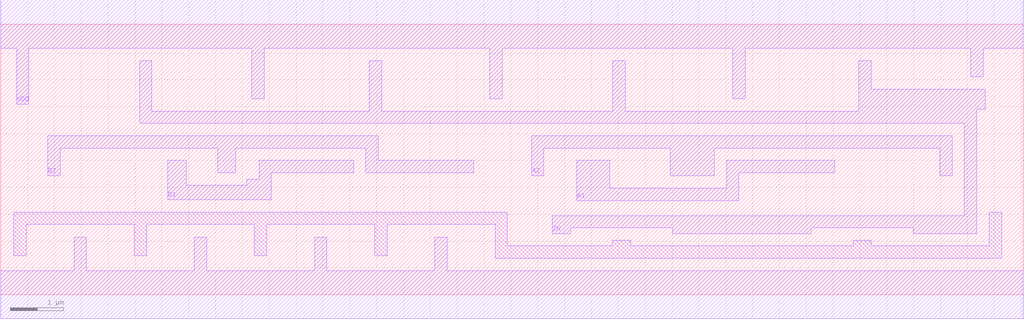
<source format=lef>
# Copyright 2022 GlobalFoundries PDK Authors
#
# Licensed under the Apache License, Version 2.0 (the "License");
# you may not use this file except in compliance with the License.
# You may obtain a copy of the License at
#
#      http://www.apache.org/licenses/LICENSE-2.0
#
# Unless required by applicable law or agreed to in writing, software
# distributed under the License is distributed on an "AS IS" BASIS,
# WITHOUT WARRANTIES OR CONDITIONS OF ANY KIND, either express or implied.
# See the License for the specific language governing permissions and
# limitations under the License.

MACRO gf180mcu_fd_sc_mcu9t5v0__oai22_4
  CLASS core ;
  FOREIGN gf180mcu_fd_sc_mcu9t5v0__oai22_4 0.0 0.0 ;
  ORIGIN 0 0 ;
  SYMMETRY X Y ;
  SITE GF018hv5v_green_sc9 ;
  SIZE 19.04 BY 5.04 ;
  PIN A1
    DIRECTION INPUT ;
    ANTENNAGATEAREA 6.828 ;
    PORT
      LAYER METAL1 ;
        POLYGON 10.73 1.755 13.745 1.755 13.745 2.27 15.53 2.27 15.53 2.5 13.515 2.5 13.515 1.985 11.34 1.985 11.34 2.5 10.73 2.5  ;
    END
  END A1
  PIN A2
    DIRECTION INPUT ;
    ANTENNAGATEAREA 6.828 ;
    PORT
      LAYER METAL1 ;
        POLYGON 9.885 2.215 10.115 2.215 10.115 2.73 12.47 2.73 12.47 2.215 13.285 2.215 13.285 2.73 17.485 2.73 17.485 2.215 17.715 2.215 17.715 2.96 9.885 2.96  ;
    END
  END A2
  PIN B1
    DIRECTION INPUT ;
    ANTENNAGATEAREA 6.828 ;
    PORT
      LAYER METAL1 ;
        POLYGON 3.11 1.77 5.04 1.77 5.04 2.27 6.57 2.27 6.57 2.5 4.81 2.5 4.81 2.15 4.58 2.15 4.58 2.04 3.45 2.04 3.45 2.5 3.11 2.5  ;
    END
  END B1
  PIN B2
    DIRECTION INPUT ;
    ANTENNAGATEAREA 6.828 ;
    PORT
      LAYER METAL1 ;
        POLYGON 0.875 2.215 1.105 2.215 1.105 2.73 4.04 2.73 4.04 2.27 4.38 2.27 4.38 2.73 6.8 2.73 6.8 2.27 8.81 2.27 8.81 2.5 7.03 2.5 7.03 2.96 0.875 2.96  ;
    END
  END B2
  PIN ZN
    DIRECTION OUTPUT ;
    ANTENNADIFFAREA 7.5585 ;
    PORT
      LAYER METAL1 ;
        POLYGON 2.585 3.19 17.945 3.19 17.945 1.475 10.27 1.475 10.27 1.14 10.61 1.14 10.61 1.245 12.51 1.245 12.51 1.14 15.09 1.14 15.09 1.245 16.99 1.245 16.99 1.14 18.175 1.14 18.175 3.45 18.33 3.45 18.33 3.83 16.205 3.83 16.205 4.36 15.975 4.36 15.975 3.42 11.625 3.42 11.625 4.36 11.395 4.36 11.395 3.42 7.095 3.42 7.095 4.36 6.865 4.36 6.865 3.42 2.815 3.42 2.815 4.36 2.585 4.36  ;
    END
  END ZN
  PIN VDD
    DIRECTION INOUT ;
    USE power ;
    SHAPE ABUTMENT ;
    PORT
      LAYER METAL1 ;
        POLYGON 0 4.59 0.295 4.59 0.295 3.55 0.525 3.55 0.525 4.59 4.675 4.59 4.675 3.65 4.905 3.65 4.905 4.59 9.105 4.59 9.105 3.65 9.335 3.65 9.335 4.59 13.635 4.59 13.635 3.65 13.865 3.65 13.865 4.59 18.065 4.59 18.065 4.06 18.295 4.06 18.295 4.59 18.635 4.59 19.04 4.59 19.04 5.49 18.635 5.49 0 5.49  ;
    END
  END VDD
  PIN VSS
    DIRECTION INOUT ;
    USE ground ;
    SHAPE ABUTMENT ;
    PORT
      LAYER METAL1 ;
        POLYGON 0 -0.45 19.04 -0.45 19.04 0.45 8.315 0.45 8.315 1.07 8.085 1.07 8.085 0.45 6.075 0.45 6.075 1.07 5.845 1.07 5.845 0.45 3.835 0.45 3.835 1.07 3.605 1.07 3.605 0.45 1.595 0.45 1.595 1.07 1.365 1.07 1.365 0.45 0 0.45  ;
    END
  END VSS
  OBS
      LAYER METAL1 ;
        POLYGON 0.245 0.73 0.475 0.73 0.475 1.31 2.485 1.31 2.485 0.73 2.715 0.73 2.715 1.31 4.725 1.31 4.725 0.73 4.955 0.73 4.955 1.31 6.965 1.31 6.965 0.73 7.195 0.73 7.195 1.31 9.205 1.31 9.205 0.68 18.635 0.68 18.635 1.54 18.405 1.54 18.405 0.91 16.21 0.91 16.21 1.015 15.87 1.015 15.87 0.91 11.73 0.91 11.73 1.015 11.39 1.015 11.39 0.91 9.435 0.91 9.435 1.54 0.245 1.54  ;
  END
END gf180mcu_fd_sc_mcu9t5v0__oai22_4

</source>
